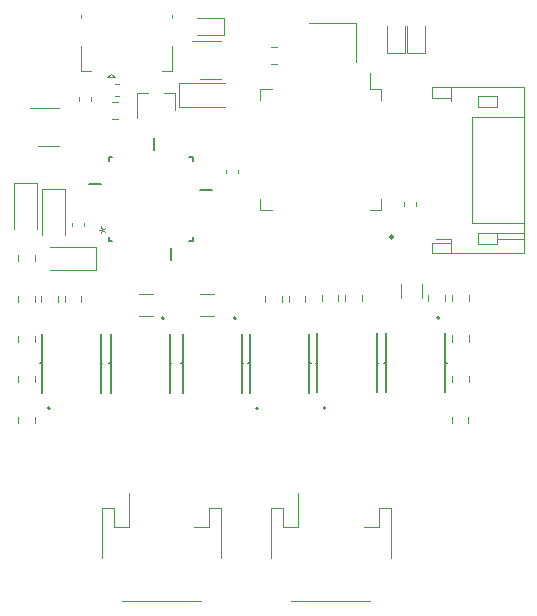
<source format=gbr>
G04 #@! TF.GenerationSoftware,KiCad,Pcbnew,5.1.6-c6e7f7d~87~ubuntu19.10.1*
G04 #@! TF.CreationDate,2021-03-05T22:23:54-05:00*
G04 #@! TF.ProjectId,daedalus,64616564-616c-4757-932e-6b696361645f,v1.0*
G04 #@! TF.SameCoordinates,Original*
G04 #@! TF.FileFunction,Legend,Top*
G04 #@! TF.FilePolarity,Positive*
%FSLAX46Y46*%
G04 Gerber Fmt 4.6, Leading zero omitted, Abs format (unit mm)*
G04 Created by KiCad (PCBNEW 5.1.6-c6e7f7d~87~ubuntu19.10.1) date 2021-03-05 22:23:54*
%MOMM*%
%LPD*%
G01*
G04 APERTURE LIST*
%ADD10C,0.120000*%
%ADD11C,0.152400*%
%ADD12C,0.127000*%
%ADD13C,0.200000*%
%ADD14C,0.076200*%
G04 APERTURE END LIST*
D10*
G04 #@! TO.C,J9*
X132822440Y-80665480D02*
X132222440Y-80665480D01*
X132522440Y-80365480D02*
X132222440Y-80665480D01*
X132522440Y-80365480D02*
X132822440Y-80665480D01*
X137692440Y-80135480D02*
X136822440Y-80135480D01*
X129952440Y-80135480D02*
X129952440Y-78065480D01*
X137692440Y-80135480D02*
X137692440Y-78065480D01*
X130822440Y-80135480D02*
X129952440Y-80135480D01*
X129952440Y-75665480D02*
X129952440Y-75415480D01*
X137692440Y-75665480D02*
X137692440Y-75415480D01*
G04 #@! TO.C,U7*
X145174341Y-90965652D02*
X145174341Y-91915652D01*
X145174341Y-91915652D02*
X146124341Y-91915652D01*
X145174341Y-82645652D02*
X145174341Y-81695652D01*
X145174341Y-81695652D02*
X146124341Y-81695652D01*
X155394341Y-90965652D02*
X155394341Y-91915652D01*
X155394341Y-91915652D02*
X154444341Y-91915652D01*
X155394341Y-82645652D02*
X155394341Y-81695652D01*
X155394341Y-81695652D02*
X154444341Y-81695652D01*
X154444341Y-81695652D02*
X154444341Y-80355652D01*
D11*
G04 #@! TO.C,U5*
X136125040Y-86838280D02*
X136125040Y-85822280D01*
X140062040Y-90241880D02*
X141078040Y-90241880D01*
X131654640Y-89759280D02*
X130664040Y-89759280D01*
X137623640Y-95169480D02*
X137623640Y-96185480D01*
X132645240Y-87447880D02*
X132315040Y-87447880D01*
X139427040Y-87778080D02*
X139427040Y-87447880D01*
X132315040Y-94229680D02*
X132315040Y-94559880D01*
X139427040Y-94559880D02*
X139427040Y-94229680D01*
X139427040Y-87447880D02*
X139096840Y-87447880D01*
X132315040Y-87447880D02*
X132315040Y-87778080D01*
X132315040Y-94559880D02*
X132645240Y-94559880D01*
X139096840Y-94559880D02*
X139427040Y-94559880D01*
D10*
G04 #@! TO.C,D2*
X138247560Y-81209640D02*
X138247560Y-83209640D01*
X138247560Y-83209640D02*
X142147560Y-83209640D01*
X138247560Y-81209640D02*
X142147560Y-81209640D01*
G04 #@! TO.C,D6*
X155916640Y-76319720D02*
X155916640Y-78604720D01*
X155916640Y-78604720D02*
X157386640Y-78604720D01*
X157386640Y-78604720D02*
X157386640Y-76319720D01*
G04 #@! TO.C,C20*
X158307500Y-91277221D02*
X158307500Y-91602779D01*
X157287500Y-91277221D02*
X157287500Y-91602779D01*
G04 #@! TO.C,C19*
X143298640Y-88829099D02*
X143298640Y-88503541D01*
X142278640Y-88829099D02*
X142278640Y-88503541D01*
G04 #@! TO.C,D1*
X128650240Y-90109480D02*
X128650240Y-94009480D01*
X126650240Y-90109480D02*
X126650240Y-94009480D01*
X128650240Y-90109480D02*
X126650240Y-90109480D01*
G04 #@! TO.C,D3*
X126267720Y-89611640D02*
X124267720Y-89611640D01*
X124267720Y-89611640D02*
X124267720Y-93511640D01*
X126267720Y-89611640D02*
X126267720Y-93511640D01*
G04 #@! TO.C,D4*
X131271840Y-97022160D02*
X131271840Y-95022160D01*
X131271840Y-95022160D02*
X127371840Y-95022160D01*
X131271840Y-97022160D02*
X127371840Y-97022160D01*
G04 #@! TO.C,D7*
X159086640Y-78604720D02*
X159086640Y-76319720D01*
X157616640Y-78604720D02*
X159086640Y-78604720D01*
X157616640Y-76319720D02*
X157616640Y-78604720D01*
G04 #@! TO.C,F1*
X133207979Y-82287840D02*
X132882421Y-82287840D01*
X133207979Y-81267840D02*
X132882421Y-81267840D01*
G04 #@! TO.C,FB1*
X132578342Y-84230280D02*
X133095498Y-84230280D01*
X132578342Y-82810280D02*
X133095498Y-82810280D01*
G04 #@! TO.C,FB2*
X146553338Y-79547040D02*
X146036182Y-79547040D01*
X146553338Y-78127040D02*
X146036182Y-78127040D01*
G04 #@! TO.C,L1*
X130867880Y-82707699D02*
X130867880Y-82382141D01*
X129847880Y-82707699D02*
X129847880Y-82382141D01*
G04 #@! TO.C,L2*
X129238280Y-93314739D02*
X129238280Y-92989181D01*
X130258280Y-93314739D02*
X130258280Y-92989181D01*
G04 #@! TO.C,Q1*
X137906880Y-81988120D02*
X136976880Y-81988120D01*
X134746880Y-81988120D02*
X135676880Y-81988120D01*
X134746880Y-81988120D02*
X134746880Y-84148120D01*
X137906880Y-81988120D02*
X137906880Y-83448120D01*
G04 #@! TO.C,U3*
X128103200Y-83266640D02*
X125653200Y-83266640D01*
X126303200Y-86486640D02*
X128103200Y-86486640D01*
D12*
G04 #@! TO.C,U6*
X156422800Y-94211900D02*
G75*
G03*
X156422800Y-94211900I-150000J0D01*
G01*
G04 #@! TO.C,U8*
X131648840Y-104914180D02*
X131798840Y-104914180D01*
X126648840Y-104914180D02*
X126498840Y-104914180D01*
X131648840Y-104914180D02*
X131648840Y-107414180D01*
D13*
X127343840Y-108724180D02*
G75*
G03*
X127343840Y-108724180I-100000J0D01*
G01*
D12*
X131648840Y-102414180D02*
X131648840Y-104914180D01*
X126648840Y-104914180D02*
X126648840Y-107414180D01*
X126648840Y-102414180D02*
X126648840Y-104914180D01*
G04 #@! TO.C,U9*
X149301840Y-104907080D02*
X149451840Y-104907080D01*
X144301840Y-104907080D02*
X144151840Y-104907080D01*
X149301840Y-104907080D02*
X149301840Y-107407080D01*
D13*
X144996840Y-108717080D02*
G75*
G03*
X144996840Y-108717080I-100000J0D01*
G01*
D12*
X149301840Y-102407080D02*
X149301840Y-104907080D01*
X144301840Y-104907080D02*
X144301840Y-107407080D01*
X144301840Y-102407080D02*
X144301840Y-104907080D01*
G04 #@! TO.C,U10*
X150004140Y-102350680D02*
X150004140Y-104850680D01*
X150004140Y-104850680D02*
X150004140Y-107350680D01*
X155004140Y-102350680D02*
X155004140Y-104850680D01*
D13*
X150699140Y-108660680D02*
G75*
G03*
X150699140Y-108660680I-100000J0D01*
G01*
D12*
X155004140Y-104850680D02*
X155004140Y-107350680D01*
X150004140Y-104850680D02*
X149854140Y-104850680D01*
X155004140Y-104850680D02*
X155154140Y-104850680D01*
G04 #@! TO.C,U11*
X137490840Y-107407080D02*
X137490840Y-104907080D01*
X137490840Y-104907080D02*
X137490840Y-102407080D01*
X132490840Y-107407080D02*
X132490840Y-104907080D01*
D13*
X136995840Y-101097080D02*
G75*
G03*
X136995840Y-101097080I-100000J0D01*
G01*
D12*
X132490840Y-104907080D02*
X132490840Y-102407080D01*
X137490840Y-104907080D02*
X137640840Y-104907080D01*
X132490840Y-104907080D02*
X132340840Y-104907080D01*
G04 #@! TO.C,U12*
X143586840Y-107412680D02*
X143586840Y-104912680D01*
X143586840Y-104912680D02*
X143586840Y-102412680D01*
X138586840Y-107412680D02*
X138586840Y-104912680D01*
D13*
X143091840Y-101102680D02*
G75*
G03*
X143091840Y-101102680I-100000J0D01*
G01*
D12*
X138586840Y-104912680D02*
X138586840Y-102412680D01*
X143586840Y-104912680D02*
X143736840Y-104912680D01*
X138586840Y-104912680D02*
X138436840Y-104912680D01*
G04 #@! TO.C,U13*
X155808040Y-104861880D02*
X155658040Y-104861880D01*
X160808040Y-104861880D02*
X160958040Y-104861880D01*
X155808040Y-104861880D02*
X155808040Y-102361880D01*
D13*
X160313040Y-101051880D02*
G75*
G03*
X160313040Y-101051880I-100000J0D01*
G01*
D12*
X155808040Y-107361880D02*
X155808040Y-104861880D01*
X160808040Y-104861880D02*
X160808040Y-102361880D01*
X160808040Y-107361880D02*
X160808040Y-104861880D01*
D10*
G04 #@! TO.C,U14*
X140059840Y-80807200D02*
X141859840Y-80807200D01*
X141859840Y-77587200D02*
X139409840Y-77587200D01*
G04 #@! TO.C,Y1*
X153300341Y-79415791D02*
X153300341Y-76115791D01*
X153300341Y-76115791D02*
X149300341Y-76115791D01*
G04 #@! TO.C,R19*
X134858676Y-100876780D02*
X136062804Y-100876780D01*
X134858676Y-99056780D02*
X136062804Y-99056780D01*
G04 #@! TO.C,R20*
X141219004Y-100876780D02*
X140014876Y-100876780D01*
X141219004Y-99056780D02*
X140014876Y-99056780D01*
G04 #@! TO.C,R21*
X157042440Y-99349644D02*
X157042440Y-98145516D01*
X158862440Y-99349644D02*
X158862440Y-98145516D01*
G04 #@! TO.C,J1*
X146081440Y-121418580D02*
X146081440Y-117168580D01*
X146081440Y-117168580D02*
X147101440Y-117168580D01*
X147101440Y-117168580D02*
X147101440Y-118768580D01*
X147101440Y-118768580D02*
X148381440Y-118768580D01*
X148381440Y-118768580D02*
X148381440Y-115878580D01*
X156201440Y-121418580D02*
X156201440Y-117168580D01*
X156201440Y-117168580D02*
X155181440Y-117168580D01*
X155181440Y-117168580D02*
X155181440Y-118768580D01*
X155181440Y-118768580D02*
X153901440Y-118768580D01*
X147801440Y-124988580D02*
X154481440Y-124988580D01*
G04 #@! TO.C,J2*
X133450440Y-124993780D02*
X140130440Y-124993780D01*
X140830440Y-118773780D02*
X139550440Y-118773780D01*
X140830440Y-117173780D02*
X140830440Y-118773780D01*
X141850440Y-117173780D02*
X140830440Y-117173780D01*
X141850440Y-121423780D02*
X141850440Y-117173780D01*
X134030440Y-118773780D02*
X134030440Y-115883780D01*
X132750440Y-118773780D02*
X134030440Y-118773780D01*
X132750440Y-117173780D02*
X132750440Y-118773780D01*
X131730440Y-117173780D02*
X132750440Y-117173780D01*
X131730440Y-121423780D02*
X131730440Y-117173780D01*
G04 #@! TO.C,SWD1*
X161267440Y-94398040D02*
X160052440Y-94398040D01*
X165227440Y-94338040D02*
X167487440Y-94338040D01*
X165227440Y-93838040D02*
X167487440Y-93838040D01*
X163627440Y-83238040D02*
X163627440Y-82238040D01*
X165227440Y-83238040D02*
X163627440Y-83238040D01*
X165227440Y-82238040D02*
X165227440Y-83238040D01*
X163627440Y-82238040D02*
X165227440Y-82238040D01*
X163627440Y-93838040D02*
X163627440Y-94838040D01*
X165227440Y-93838040D02*
X163627440Y-93838040D01*
X165227440Y-94838040D02*
X165227440Y-93838040D01*
X163627440Y-94838040D02*
X165227440Y-94838040D01*
X161267440Y-81478040D02*
X161267440Y-82398040D01*
X161267440Y-95598040D02*
X161267440Y-94678040D01*
X163127440Y-84038040D02*
X167487440Y-84038040D01*
X163127440Y-93038040D02*
X163127440Y-84038040D01*
X167487440Y-93038040D02*
X163127440Y-93038040D01*
X161267440Y-82398040D02*
X161267440Y-82678040D01*
X159667440Y-82398040D02*
X161267440Y-82398040D01*
X159667440Y-81478040D02*
X159667440Y-82398040D01*
X167487440Y-81478040D02*
X159667440Y-81478040D01*
X167487440Y-95598040D02*
X167487440Y-81478040D01*
X159667440Y-95598040D02*
X167487440Y-95598040D01*
X159667440Y-94678040D02*
X159667440Y-95598040D01*
X161267440Y-94678040D02*
X159667440Y-94678040D01*
X161267440Y-94398040D02*
X161267440Y-94678040D01*
G04 #@! TO.C,C28*
X151766340Y-99615758D02*
X151766340Y-99098602D01*
X150346340Y-99615758D02*
X150346340Y-99098602D01*
G04 #@! TO.C,C29*
X161369940Y-99626158D02*
X161369940Y-99109002D01*
X162789940Y-99626158D02*
X162789940Y-99109002D01*
G04 #@! TO.C,C30*
X124639000Y-95725242D02*
X124639000Y-96242398D01*
X126059000Y-95725242D02*
X126059000Y-96242398D01*
G04 #@! TO.C,C31*
X161367400Y-109930698D02*
X161367400Y-109413542D01*
X162787400Y-109930698D02*
X162787400Y-109413542D01*
G04 #@! TO.C,C32*
X160808740Y-99618058D02*
X160808740Y-99100902D01*
X159388740Y-99618058D02*
X159388740Y-99100902D01*
G04 #@! TO.C,C33*
X126086940Y-106522258D02*
X126086940Y-106005102D01*
X124666940Y-106522258D02*
X124666940Y-106005102D01*
G04 #@! TO.C,C34*
X153734840Y-99613458D02*
X153734840Y-99096302D01*
X152314840Y-99613458D02*
X152314840Y-99096302D01*
G04 #@! TO.C,C35*
X128586160Y-99679258D02*
X128586160Y-99162102D01*
X130006160Y-99679258D02*
X130006160Y-99162102D01*
G04 #@! TO.C,C36*
X126086940Y-102588802D02*
X126086940Y-103105958D01*
X124666940Y-102588802D02*
X124666940Y-103105958D01*
G04 #@! TO.C,C37*
X145596540Y-99679258D02*
X145596540Y-99162102D01*
X147016540Y-99679258D02*
X147016540Y-99162102D01*
G04 #@! TO.C,C38*
X161369940Y-106496858D02*
X161369940Y-105979702D01*
X162789940Y-106496858D02*
X162789940Y-105979702D01*
G04 #@! TO.C,C39*
X124669480Y-109433862D02*
X124669480Y-109951018D01*
X126089480Y-109433862D02*
X126089480Y-109951018D01*
G04 #@! TO.C,C40*
X126617660Y-99679258D02*
X126617660Y-99162102D01*
X128037660Y-99679258D02*
X128037660Y-99162102D01*
G04 #@! TO.C,C41*
X162789940Y-102540302D02*
X162789940Y-103057458D01*
X161369940Y-102540302D02*
X161369940Y-103057458D01*
G04 #@! TO.C,C42*
X126069160Y-99679258D02*
X126069160Y-99162102D01*
X124649160Y-99679258D02*
X124649160Y-99162102D01*
G04 #@! TO.C,C43*
X148985040Y-99679258D02*
X148985040Y-99162102D01*
X147565040Y-99679258D02*
X147565040Y-99162102D01*
G04 #@! TO.C,D5*
X139773760Y-77102640D02*
X142058760Y-77102640D01*
X142058760Y-77102640D02*
X142058760Y-75632640D01*
X142058760Y-75632640D02*
X139773760Y-75632640D01*
G04 #@! TO.C,U5*
D14*
X131508899Y-93592918D02*
X131796161Y-93592918D01*
X131681256Y-93880180D02*
X131796161Y-93592918D01*
X131681256Y-93305657D01*
X132025971Y-93765276D02*
X131796161Y-93592918D01*
X132025971Y-93420561D01*
G04 #@! TD*
M02*

</source>
